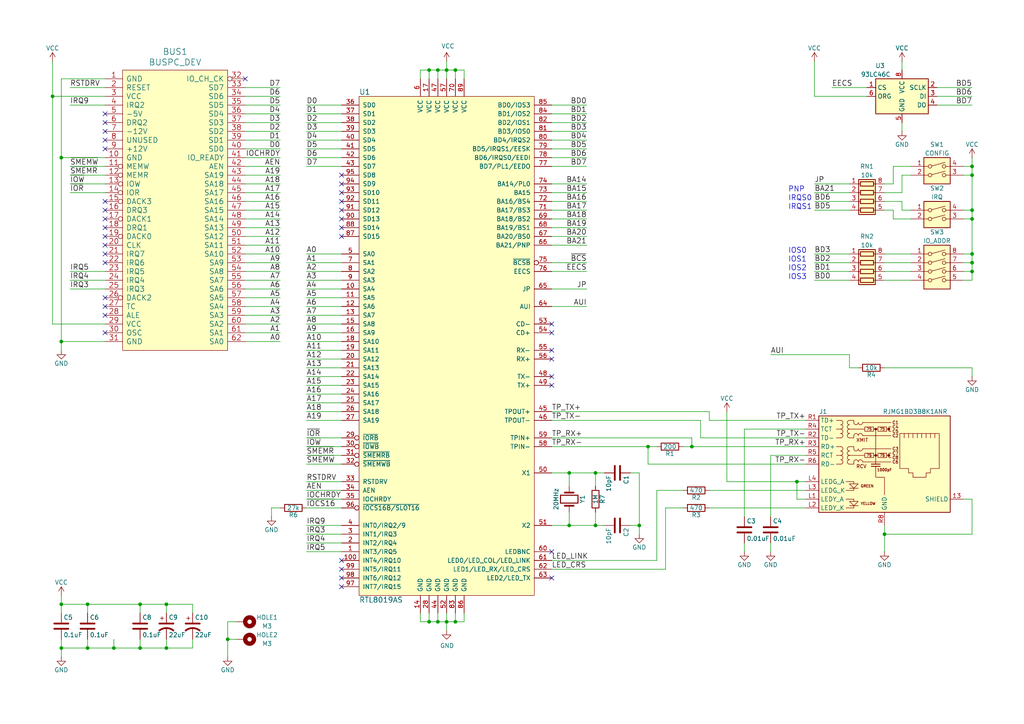
<source format=kicad_sch>
(kicad_sch (version 20250114) (generator "eeschema") (generator_version "9.0")
  (paper "A4")
  (title_block (title "ISA 8-Bit Ethernet Controller") (date "2021-04-22") (rev "1.0") (company "Designed by Sergey Kiselev") (comment 2 "Licensed under CERN-OHL-S: https://cern-ohl.web.cern.ch") (comment 3 "Documentation and design files: https://github.com/skiselev/isa8_eth") (comment 4 "ISA 8-Bit Ethernet Controller is an open source hardware project"))
  (text "IRQS1" (at 228.6 60.96 0) (effects (font (size 1.524 1.524)) (justify left bottom)))
  (text "PNP" (at 228.6 55.88 0) (effects (font (size 1.524 1.524)) (justify left bottom)))
  (text "IOS1" (at 228.6 76.2 0) (effects (font (size 1.524 1.524)) (justify left bottom)))
  (text "IOS2" (at 228.6 78.74 0) (effects (font (size 1.524 1.524)) (justify left bottom)))
  (text "IOS0" (at 228.6 73.66 0) (effects (font (size 1.524 1.524)) (justify left bottom)))
  (text "IOS3" (at 228.6 81.28 0) (effects (font (size 1.524 1.524)) (justify left bottom)))
  (text "IRQS0" (at 228.6 58.42 0) (effects (font (size 1.524 1.524)) (justify left bottom)))
  (junction (at 48.26 187.96))
  (junction (at 25.4 175.26))
  (junction (at 132.08 20.32))
  (junction (at 281.94 73.66))
  (junction (at 172.72 137.16))
  (junction (at 129.54 20.32))
  (junction (at 185.42 152.4))
  (junction (at 187.96 129.54))
  (junction (at 200.66 129.54))
  (junction (at 281.94 63.5))
  (junction (at 281.94 50.8))
  (junction (at 129.54 180.34))
  (junction (at 281.94 60.96))
  (junction (at 165.1 137.16))
  (junction (at 17.78 187.96))
  (junction (at 66.04 185.42))
  (junction (at 281.94 78.74))
  (junction (at 17.78 175.26))
  (junction (at 165.1 152.4))
  (junction (at 281.94 48.26))
  (junction (at 124.46 20.32))
  (junction (at 17.78 45.72))
  (junction (at 17.78 99.06))
  (junction (at 281.94 76.2))
  (junction (at 127 20.32))
  (junction (at 48.26 175.26))
  (junction (at 132.08 180.34))
  (junction (at 231.14 139.7))
  (junction (at 256.54 154.94))
  (junction (at 172.72 152.4))
  (junction (at 124.46 180.34))
  (junction (at 15.24 27.94))
  (junction (at 127 180.34))
  (junction (at 40.64 187.96))
  (junction (at 40.64 175.26))
  (junction (at 25.4 187.96))
  (junction (at 33.02 187.96))
  (no_connect (at 99.06 60.96))
  (no_connect (at 30.48 33.02))
  (no_connect (at 160.02 111.76))
  (no_connect (at 99.06 58.42))
  (no_connect (at 30.48 88.9))
  (no_connect (at 99.06 165.1))
  (no_connect (at 160.02 167.64))
  (no_connect (at 160.02 109.22))
  (no_connect (at 30.48 43.18))
  (no_connect (at 30.48 38.1))
  (no_connect (at 160.02 104.14))
  (no_connect (at 160.02 96.52))
  (no_connect (at 30.48 63.5))
  (no_connect (at 160.02 93.98))
  (no_connect (at 99.06 66.04))
  (no_connect (at 99.06 50.8))
  (no_connect (at 160.02 160.02))
  (no_connect (at 99.06 63.5))
  (no_connect (at 30.48 73.66))
  (no_connect (at 30.48 66.04))
  (no_connect (at 30.48 40.64))
  (no_connect (at 99.06 55.88))
  (no_connect (at 99.06 167.64))
  (no_connect (at 30.48 68.58))
  (no_connect (at 99.06 53.34))
  (no_connect (at 71.12 22.86))
  (no_connect (at 99.06 170.18))
  (no_connect (at 30.48 60.96))
  (no_connect (at 30.48 86.36))
  (no_connect (at 99.06 68.58))
  (no_connect (at 30.48 35.56))
  (no_connect (at 30.48 96.52))
  (no_connect (at 30.48 71.12))
  (no_connect (at 99.06 162.56))
  (no_connect (at 30.48 58.42))
  (no_connect (at 30.48 91.44))
  (no_connect (at 30.48 76.2))
  (no_connect (at 160.02 101.6))
  (wire (pts (xy 200.66 129.54) (xy 233.68 129.54)))
  (wire (pts (xy 246.38 58.42) (xy 236.22 58.42)))
  (wire (pts (xy 182.88 152.4) (xy 185.42 152.4)))
  (wire (pts (xy 124.46 20.32) (xy 124.46 22.86)))
  (wire (pts (xy 185.42 137.16) (xy 185.42 152.4)))
  (wire (pts (xy 132.08 20.32) (xy 134.62 20.32)))
  (wire (pts (xy 185.42 137.16) (xy 182.88 137.16)))
  (wire (pts (xy 99.06 160.02) (xy 88.9 160.02)))
  (wire (pts (xy 281.94 144.78) (xy 281.94 154.94)))
  (wire (pts (xy 246.38 60.96) (xy 236.22 60.96)))
  (wire (pts (xy 40.64 175.26) (xy 48.26 175.26)))
  (wire (pts (xy 172.72 137.16) (xy 172.72 140.97)))
  (wire (pts (xy 233.68 144.78) (xy 231.14 144.78)))
  (wire (pts (xy 264.16 50.8) (xy 261.62 50.8)))
  (wire (pts (xy 71.12 55.88) (xy 81.28 55.88)))
  (wire (pts (xy 256.54 60.96) (xy 259.08 60.96)))
  (wire (pts (xy 205.74 119.38) (xy 205.74 121.92)))
  (wire (pts (xy 233.68 142.24) (xy 205.74 142.24)))
  (wire (pts (xy 71.12 48.26) (xy 81.28 48.26)))
  (wire (pts (xy 30.48 30.48) (xy 20.32 30.48)))
  (wire (pts (xy 203.2 121.92) (xy 203.2 127)))
  (wire (pts (xy 231.14 144.78) (xy 231.14 139.7)))
  (wire (pts (xy 25.4 177.8) (xy 25.4 175.26)))
  (wire (pts (xy 281.94 63.5) (xy 281.94 73.66)))
  (wire (pts (xy 30.48 83.82) (xy 20.32 83.82)))
  (wire (pts (xy 256.54 152.4) (xy 256.54 154.94)))
  (wire (pts (xy 259.08 60.96) (xy 259.08 63.5)))
  (wire (pts (xy 71.12 73.66) (xy 81.28 73.66)))
  (wire (pts (xy 281.94 48.26) (xy 279.4 48.26)))
  (wire (pts (xy 160.02 152.4) (xy 165.1 152.4)))
  (wire (pts (xy 160.02 88.9) (xy 170.18 88.9)))
  (wire (pts (xy 165.1 137.16) (xy 165.1 140.97)))
  (wire (pts (xy 99.06 76.2) (xy 88.9 76.2)))
  (wire (pts (xy 99.06 111.76) (xy 88.9 111.76)))
  (wire (pts (xy 71.12 33.02) (xy 81.28 33.02)))
  (wire (pts (xy 281.94 76.2) (xy 281.94 78.74)))
  (wire (pts (xy 17.78 99.06) (xy 17.78 101.6)))
  (wire (pts (xy 281.94 60.96) (xy 281.94 63.5)))
  (wire (pts (xy 71.12 25.4) (xy 81.28 25.4)))
  (wire (pts (xy 121.92 20.32) (xy 124.46 20.32)))
  (wire (pts (xy 281.94 78.74) (xy 281.94 81.28)))
  (wire (pts (xy 210.82 139.7) (xy 231.14 139.7)))
  (wire (pts (xy 279.4 50.8) (xy 281.94 50.8)))
  (wire (pts (xy 160.02 60.96) (xy 170.18 60.96)))
  (wire (pts (xy 172.72 152.4) (xy 172.72 148.59)))
  (wire (pts (xy 233.68 147.32) (xy 205.74 147.32)))
  (wire (pts (xy 264.16 81.28) (xy 256.54 81.28)))
  (wire (pts (xy 81.28 147.32) (xy 78.74 147.32)))
  (wire (pts (xy 160.02 78.74) (xy 170.18 78.74)))
  (wire (pts (xy 17.78 99.06) (xy 30.48 99.06)))
  (wire (pts (xy 233.68 132.08) (xy 223.52 132.08)))
  (wire (pts (xy 71.12 63.5) (xy 81.28 63.5)))
  (wire (pts (xy 261.62 55.88) (xy 256.54 55.88)))
  (wire (pts (xy 71.12 38.1) (xy 81.28 38.1)))
  (wire (pts (xy 190.5 129.54) (xy 187.96 129.54)))
  (wire (pts (xy 205.74 121.92) (xy 233.68 121.92)))
  (wire (pts (xy 17.78 187.96) (xy 17.78 190.5)))
  (wire (pts (xy 129.54 20.32) (xy 132.08 20.32)))
  (wire (pts (xy 129.54 177.8) (xy 129.54 180.34)))
  (wire (pts (xy 261.62 58.42) (xy 261.62 60.96)))
  (wire (pts (xy 129.54 17.78) (xy 129.54 20.32)))
  (wire (pts (xy 279.4 76.2) (xy 281.94 76.2)))
  (wire (pts (xy 99.06 38.1) (xy 88.9 38.1)))
  (wire (pts (xy 165.1 137.16) (xy 172.72 137.16)))
  (wire (pts (xy 33.02 187.96) (xy 40.64 187.96)))
  (wire (pts (xy 99.06 33.02) (xy 88.9 33.02)))
  (wire (pts (xy 99.06 91.44) (xy 88.9 91.44)))
  (wire (pts (xy 40.64 187.96) (xy 48.26 187.96)))
  (wire (pts (xy 160.02 137.16) (xy 165.1 137.16)))
  (wire (pts (xy 71.12 66.04) (xy 81.28 66.04)))
  (wire (pts (xy 134.62 20.32) (xy 134.62 22.86)))
  (wire (pts (xy 66.04 180.34) (xy 66.04 185.42)))
  (wire (pts (xy 193.04 147.32) (xy 198.12 147.32)))
  (wire (pts (xy 99.06 144.78) (xy 88.9 144.78)))
  (wire (pts (xy 246.38 81.28) (xy 236.22 81.28)))
  (wire (pts (xy 71.12 83.82) (xy 81.28 83.82)))
  (wire (pts (xy 129.54 180.34) (xy 127 180.34)))
  (wire (pts (xy 71.12 71.12) (xy 81.28 71.12)))
  (wire (pts (xy 160.02 76.2) (xy 170.18 76.2)))
  (wire (pts (xy 71.12 30.48) (xy 81.28 30.48)))
  (wire (pts (xy 48.26 175.26) (xy 55.88 175.26)))
  (wire (pts (xy 200.66 127) (xy 200.66 129.54)))
  (wire (pts (xy 246.38 55.88) (xy 236.22 55.88)))
  (wire (pts (xy 71.12 76.2) (xy 81.28 76.2)))
  (wire (pts (xy 30.48 81.28) (xy 20.32 81.28)))
  (wire (pts (xy 264.16 78.74) (xy 256.54 78.74)))
  (wire (pts (xy 15.24 27.94) (xy 30.48 27.94)))
  (wire (pts (xy 259.08 53.34) (xy 259.08 48.26)))
  (wire (pts (xy 160.02 55.88) (xy 170.18 55.88)))
  (wire (pts (xy 71.12 96.52) (xy 81.28 96.52)))
  (wire (pts (xy 127 180.34) (xy 124.46 180.34)))
  (wire (pts (xy 71.12 93.98) (xy 81.28 93.98)))
  (wire (pts (xy 99.06 43.18) (xy 88.9 43.18)))
  (wire (pts (xy 160.02 38.1) (xy 170.18 38.1)))
  (wire (pts (xy 132.08 180.34) (xy 132.08 177.8)))
  (wire (pts (xy 160.02 129.54) (xy 187.96 129.54)))
  (wire (pts (xy 99.06 154.94) (xy 88.9 154.94)))
  (wire (pts (xy 68.58 180.34) (xy 66.04 180.34)))
  (wire (pts (xy 71.12 78.74) (xy 81.28 78.74)))
  (wire (pts (xy 160.02 45.72) (xy 170.18 45.72)))
  (wire (pts (xy 17.78 175.26) (xy 25.4 175.26)))
  (wire (pts (xy 71.12 86.36) (xy 81.28 86.36)))
  (wire (pts (xy 33.02 187.96) (xy 33.02 185.42)))
  (wire (pts (xy 279.4 63.5) (xy 281.94 63.5)))
  (wire (pts (xy 281.94 45.72) (xy 281.94 48.26)))
  (wire (pts (xy 30.48 55.88) (xy 20.32 55.88)))
  (wire (pts (xy 99.06 48.26) (xy 88.9 48.26)))
  (wire (pts (xy 129.54 20.32) (xy 129.54 22.86)))
  (wire (pts (xy 251.46 27.94) (xy 236.22 27.94)))
  (wire (pts (xy 279.4 60.96) (xy 281.94 60.96)))
  (wire (pts (xy 17.78 45.72) (xy 30.48 45.72)))
  (wire (pts (xy 132.08 20.32) (xy 132.08 22.86)))
  (wire (pts (xy 256.54 154.94) (xy 256.54 160.02)))
  (wire (pts (xy 78.74 147.32) (xy 78.74 149.86)))
  (wire (pts (xy 15.24 17.78) (xy 15.24 27.94)))
  (wire (pts (xy 223.52 157.48) (xy 223.52 160.02)))
  (wire (pts (xy 99.06 132.08) (xy 88.9 132.08)))
  (wire (pts (xy 30.48 78.74) (xy 20.32 78.74)))
  (wire (pts (xy 71.12 53.34) (xy 81.28 53.34)))
  (wire (pts (xy 256.54 58.42) (xy 261.62 58.42)))
  (wire (pts (xy 223.52 132.08) (xy 223.52 149.86)))
  (wire (pts (xy 99.06 157.48) (xy 88.9 157.48)))
  (wire (pts (xy 15.24 93.98) (xy 30.48 93.98)))
  (wire (pts (xy 99.06 96.52) (xy 88.9 96.52)))
  (wire (pts (xy 281.94 48.26) (xy 281.94 50.8)))
  (wire (pts (xy 99.06 30.48) (xy 88.9 30.48)))
  (wire (pts (xy 261.62 60.96) (xy 264.16 60.96)))
  (wire (pts (xy 160.02 83.82) (xy 170.18 83.82)))
  (wire (pts (xy 68.58 185.42) (xy 66.04 185.42)))
  (wire (pts (xy 99.06 142.24) (xy 88.9 142.24)))
  (wire (pts (xy 264.16 76.2) (xy 256.54 76.2)))
  (wire (pts (xy 233.68 124.46) (xy 215.9 124.46)))
  (wire (pts (xy 17.78 175.26) (xy 17.78 177.8)))
  (wire (pts (xy 99.06 121.92) (xy 88.9 121.92)))
  (wire (pts (xy 198.12 129.54) (xy 200.66 129.54)))
  (wire (pts (xy 246.38 53.34) (xy 236.22 53.34)))
  (wire (pts (xy 48.26 187.96) (xy 55.88 187.96)))
  (wire (pts (xy 246.38 73.66) (xy 236.22 73.66)))
  (wire (pts (xy 256.54 53.34) (xy 259.08 53.34)))
  (wire (pts (xy 30.48 22.86) (xy 17.78 22.86)))
  (wire (pts (xy 99.06 73.66) (xy 88.9 73.66)))
  (wire (pts (xy 99.06 152.4) (xy 88.9 152.4)))
  (wire (pts (xy 160.02 66.04) (xy 170.18 66.04)))
  (wire (pts (xy 124.46 180.34) (xy 121.92 180.34)))
  (wire (pts (xy 99.06 119.38) (xy 88.9 119.38)))
  (wire (pts (xy 271.78 30.48) (xy 281.94 30.48)))
  (wire (pts (xy 124.46 20.32) (xy 127 20.32)))
  (wire (pts (xy 223.52 102.87) (xy 246.38 102.87)))
  (wire (pts (xy 279.4 144.78) (xy 281.94 144.78)))
  (wire (pts (xy 160.02 68.58) (xy 170.18 68.58)))
  (wire (pts (xy 246.38 78.74) (xy 236.22 78.74)))
  (wire (pts (xy 160.02 165.1) (xy 193.04 165.1)))
  (wire (pts (xy 172.72 152.4) (xy 175.26 152.4)))
  (wire (pts (xy 25.4 185.42) (xy 25.4 187.96)))
  (wire (pts (xy 99.06 104.14) (xy 88.9 104.14)))
  (wire (pts (xy 279.4 73.66) (xy 281.94 73.66)))
  (wire (pts (xy 99.06 109.22) (xy 88.9 109.22)))
  (wire (pts (xy 99.06 35.56) (xy 88.9 35.56)))
  (wire (pts (xy 185.42 152.4) (xy 185.42 154.94)))
  (wire (pts (xy 99.06 114.3) (xy 88.9 114.3)))
  (wire (pts (xy 127 20.32) (xy 127 22.86)))
  (wire (pts (xy 160.02 71.12) (xy 170.18 71.12)))
  (wire (pts (xy 246.38 102.87) (xy 246.38 106.68)))
  (wire (pts (xy 134.62 180.34) (xy 132.08 180.34)))
  (wire (pts (xy 190.5 142.24) (xy 190.5 162.56)))
  (wire (pts (xy 99.06 83.82) (xy 88.9 83.82)))
  (wire (pts (xy 256.54 106.68) (xy 281.94 106.68)))
  (wire (pts (xy 17.78 185.42) (xy 17.78 187.96)))
  (wire (pts (xy 165.1 152.4) (xy 165.1 148.59)))
  (wire (pts (xy 66.04 185.42) (xy 66.04 190.5)))
  (wire (pts (xy 99.06 127) (xy 88.9 127)))
  (wire (pts (xy 99.06 99.06) (xy 88.9 99.06)))
  (wire (pts (xy 124.46 177.8) (xy 124.46 180.34)))
  (wire (pts (xy 17.78 172.72) (xy 17.78 175.26)))
  (wire (pts (xy 71.12 27.94) (xy 81.28 27.94)))
  (wire (pts (xy 259.08 48.26) (xy 264.16 48.26)))
  (wire (pts (xy 71.12 88.9) (xy 81.28 88.9)))
  (wire (pts (xy 71.12 50.8) (xy 81.28 50.8)))
  (wire (pts (xy 129.54 182.88) (xy 129.54 180.34)))
  (wire (pts (xy 40.64 177.8) (xy 40.64 175.26)))
  (wire (pts (xy 55.88 177.8) (xy 55.88 175.26)))
  (wire (pts (xy 172.72 137.16) (xy 175.26 137.16)))
  (wire (pts (xy 203.2 127) (xy 233.68 127)))
  (wire (pts (xy 215.9 157.48) (xy 215.9 160.02)))
  (wire (pts (xy 30.48 50.8) (xy 20.32 50.8)))
  (wire (pts (xy 71.12 58.42) (xy 81.28 58.42)))
  (wire (pts (xy 251.46 25.4) (xy 241.3 25.4)))
  (wire (pts (xy 55.88 185.42) (xy 55.88 187.96)))
  (wire (pts (xy 246.38 106.68) (xy 248.92 106.68)))
  (wire (pts (xy 99.06 45.72) (xy 88.9 45.72)))
  (wire (pts (xy 99.06 101.6) (xy 88.9 101.6)))
  (wire (pts (xy 187.96 134.62) (xy 233.68 134.62)))
  (wire (pts (xy 160.02 33.02) (xy 170.18 33.02)))
  (wire (pts (xy 17.78 187.96) (xy 25.4 187.96)))
  (wire (pts (xy 160.02 43.18) (xy 170.18 43.18)))
  (wire (pts (xy 261.62 17.78) (xy 261.62 20.32)))
  (wire (pts (xy 17.78 45.72) (xy 17.78 99.06)))
  (wire (pts (xy 99.06 134.62) (xy 88.9 134.62)))
  (wire (pts (xy 261.62 35.56) (xy 261.62 38.1)))
  (wire (pts (xy 160.02 40.64) (xy 170.18 40.64)))
  (wire (pts (xy 25.4 187.96) (xy 33.02 187.96)))
  (wire (pts (xy 71.12 45.72) (xy 81.28 45.72)))
  (wire (pts (xy 264.16 73.66) (xy 256.54 73.66)))
  (wire (pts (xy 71.12 68.58) (xy 81.28 68.58)))
  (wire (pts (xy 261.62 50.8) (xy 261.62 55.88)))
  (wire (pts (xy 71.12 35.56) (xy 81.28 35.56)))
  (wire (pts (xy 279.4 81.28) (xy 281.94 81.28)))
  (wire (pts (xy 271.78 25.4) (xy 281.94 25.4)))
  (wire (pts (xy 71.12 60.96) (xy 81.28 60.96)))
  (wire (pts (xy 48.26 187.96) (xy 48.26 185.42)))
  (wire (pts (xy 71.12 99.06) (xy 81.28 99.06)))
  (wire (pts (xy 99.06 88.9) (xy 88.9 88.9)))
  (wire (pts (xy 17.78 22.86) (xy 17.78 45.72)))
  (wire (pts (xy 30.48 25.4) (xy 20.32 25.4)))
  (wire (pts (xy 160.02 48.26) (xy 170.18 48.26)))
  (wire (pts (xy 215.9 124.46) (xy 215.9 149.86)))
  (wire (pts (xy 187.96 134.62) (xy 187.96 129.54)))
  (wire (pts (xy 25.4 175.26) (xy 40.64 175.26)))
  (wire (pts (xy 71.12 81.28) (xy 81.28 81.28)))
  (wire (pts (xy 281.94 50.8) (xy 281.94 60.96)))
  (wire (pts (xy 246.38 76.2) (xy 236.22 76.2)))
  (wire (pts (xy 165.1 152.4) (xy 172.72 152.4)))
  (wire (pts (xy 48.26 175.26) (xy 48.26 177.8)))
  (wire (pts (xy 127 177.8) (xy 127 180.34)))
  (wire (pts (xy 281.94 73.66) (xy 281.94 76.2)))
  (wire (pts (xy 99.06 81.28) (xy 88.9 81.28)))
  (wire (pts (xy 99.06 40.64) (xy 88.9 40.64)))
  (wire (pts (xy 99.06 86.36) (xy 88.9 86.36)))
  (wire (pts (xy 99.06 93.98) (xy 88.9 93.98)))
  (wire (pts (xy 160.02 63.5) (xy 170.18 63.5)))
  (wire (pts (xy 231.14 139.7) (xy 233.68 139.7)))
  (wire (pts (xy 127 20.32) (xy 129.54 20.32)))
  (wire (pts (xy 71.12 91.44) (xy 81.28 91.44)))
  (wire (pts (xy 193.04 147.32) (xy 193.04 165.1)))
  (wire (pts (xy 281.94 154.94) (xy 256.54 154.94)))
  (wire (pts (xy 99.06 106.68) (xy 88.9 106.68)))
  (wire (pts (xy 99.06 129.54) (xy 88.9 129.54)))
  (wire (pts (xy 190.5 162.56) (xy 160.02 162.56)))
  (wire (pts (xy 160.02 119.38) (xy 205.74 119.38)))
  (wire (pts (xy 160.02 35.56) (xy 170.18 35.56)))
  (wire (pts (xy 134.62 177.8) (xy 134.62 180.34)))
  (wire (pts (xy 160.02 121.92) (xy 203.2 121.92)))
  (wire (pts (xy 71.12 43.18) (xy 81.28 43.18)))
  (wire (pts (xy 160.02 53.34) (xy 170.18 53.34)))
  (wire (pts (xy 99.06 78.74) (xy 88.9 78.74)))
  (wire (pts (xy 99.06 139.7) (xy 88.9 139.7)))
  (wire (pts (xy 279.4 78.74) (xy 281.94 78.74)))
  (wire (pts (xy 132.08 180.34) (xy 129.54 180.34)))
  (wire (pts (xy 30.48 48.26) (xy 20.32 48.26)))
  (wire (pts (xy 30.48 53.34) (xy 20.32 53.34)))
  (wire (pts (xy 210.82 119.38) (xy 210.82 139.7)))
  (wire (pts (xy 259.08 63.5) (xy 264.16 63.5)))
  (wire (pts (xy 121.92 22.86) (xy 121.92 20.32)))
  (wire (pts (xy 271.78 27.94) (xy 281.94 27.94)))
  (wire (pts (xy 99.06 147.32) (xy 88.9 147.32)))
  (wire (pts (xy 160.02 127) (xy 200.66 127)))
  (wire (pts (xy 40.64 185.42) (xy 40.64 187.96)))
  (wire (pts (xy 160.02 58.42) (xy 170.18 58.42)))
  (wire (pts (xy 281.94 106.68) (xy 281.94 109.22)))
  (wire (pts (xy 121.92 180.34) (xy 121.92 177.8)))
  (wire (pts (xy 99.06 116.84) (xy 88.9 116.84)))
  (wire (pts (xy 15.24 27.94) (xy 15.24 93.98)))
  (wire (pts (xy 71.12 40.64) (xy 81.28 40.64)))
  (wire (pts (xy 236.22 27.94) (xy 236.22 17.78)))
  (wire (pts (xy 190.5 142.24) (xy 198.12 142.24)))
  (wire (pts (xy 160.02 30.48) (xy 170.18 30.48)))
  (label "IRQ5" (at 88.9 160.02 0) (effects (font (size 1.524 1.524))))
  (label "A12" (at 88.9 104.14 0) (effects (font (size 1.524 1.524))))
  (label "BD1" (at 236.22 78.74 0) (effects (font (size 1.524 1.524))))
  (label "BD0" (at 170.18 30.48 180) (effects (font (size 1.524 1.524))))
  (label "A8" (at 88.9 93.98 0) (effects (font (size 1.524 1.524))))
  (label "~{IOR}" (at 20.32 55.88 0) (effects (font (size 1.524 1.524))))
  (label "A19" (at 88.9 121.92 0) (effects (font (size 1.524 1.524))))
  (label "A18" (at 81.28 53.34 180) (effects (font (size 1.524 1.524))))
  (label "A14" (at 88.9 109.22 0) (effects (font (size 1.524 1.524))))
  (label "A15" (at 81.28 60.96 180) (effects (font (size 1.524 1.524))))
  (label "BD3" (at 236.22 73.66 0) (effects (font (size 1.524 1.524))))
  (label "BD4" (at 170.18 40.64 180) (effects (font (size 1.524 1.524))))
  (label "~{SMEMR}" (at 20.32 50.8 0) (effects (font (size 1.524 1.524))))
  (label "~{SMEMR}" (at 88.9 132.08 0) (effects (font (size 1.524 1.524))))
  (label "AEN" (at 81.28 48.26 180) (effects (font (size 1.524 1.524))))
  (label "BA18" (at 170.18 63.5 180) (effects (font (size 1.524 1.524))))
  (label "IRQ9" (at 20.32 30.48 0) (effects (font (size 1.524 1.524))))
  (label "D4" (at 81.28 33.02 180) (effects (font (size 1.524 1.524))))
  (label "BD5" (at 170.18 43.18 180) (effects (font (size 1.524 1.524))))
  (label "BD7" (at 170.18 48.26 180) (effects (font (size 1.524 1.524))))
  (label "BD5" (at 236.22 60.96 0) (effects (font (size 1.524 1.524))))
  (label "JP" (at 236.22 53.34 0) (effects (font (size 1.524 1.524))))
  (label "A6" (at 88.9 88.9 0) (effects (font (size 1.524 1.524))))
  (label "BA21" (at 170.18 71.12 180) (effects (font (size 1.524 1.524))))
  (label "A3" (at 88.9 81.28 0) (effects (font (size 1.524 1.524))))
  (label "BD2" (at 236.22 76.2 0) (effects (font (size 1.524 1.524))))
  (label "D4" (at 88.9 40.64 0) (effects (font (size 1.524 1.524))))
  (label "BA20" (at 170.18 68.58 180) (effects (font (size 1.524 1.524))))
  (label "~{IOW}" (at 88.9 129.54 0) (effects (font (size 1.524 1.524))))
  (label "~{SMEMW}" (at 20.32 48.26 0) (effects (font (size 1.524 1.524))))
  (label "LED_CRS" (at 160.02 165.1 0) (effects (font (size 1.524 1.524))))
  (label "TP_TX+" (at 160.02 119.38 0) (effects (font (size 1.524 1.524))))
  (label "A11" (at 81.28 71.12 180) (effects (font (size 1.524 1.524))))
  (label "D6" (at 81.28 27.94 180) (effects (font (size 1.524 1.524))))
  (label "A13" (at 88.9 106.68 0) (effects (font (size 1.524 1.524))))
  (label "~{IOR}" (at 88.9 127 0) (effects (font (size 1.524 1.524))))
  (label "BD2" (at 170.18 35.56 180) (effects (font (size 1.524 1.524))))
  (label "BA16" (at 170.18 58.42 180) (effects (font (size 1.524 1.524))))
  (label "BA17" (at 170.18 60.96 180) (effects (font (size 1.524 1.524))))
  (label "D0" (at 81.28 43.18 180) (effects (font (size 1.524 1.524))))
  (label "D2" (at 81.28 38.1 180) (effects (font (size 1.524 1.524))))
  (label "~{BCS}" (at 170.18 76.2 180) (effects (font (size 1.524 1.524))))
  (label "BD6" (at 281.94 27.94 180) (effects (font (size 1.524 1.524))))
  (label "TP_RX-" (at 160.02 129.54 0) (effects (font (size 1.524 1.524))))
  (label "~{SMEMW}" (at 88.9 134.62 0) (effects (font (size 1.524 1.524))))
  (label "A14" (at 81.28 63.5 180) (effects (font (size 1.524 1.524))))
  (label "BD7" (at 281.94 30.48 180) (effects (font (size 1.524 1.524))))
  (label "TP_RX+" (at 160.02 127 0) (effects (font (size 1.524 1.524))))
  (label "IRQ9" (at 88.9 152.4 0) (effects (font (size 1.524 1.524))))
  (label "A0" (at 81.28 99.06 180) (effects (font (size 1.524 1.524))))
  (label "A7" (at 88.9 91.44 0) (effects (font (size 1.524 1.524))))
  (label "BD0" (at 236.22 81.28 0) (effects (font (size 1.524 1.524))))
  (label "A12" (at 81.28 68.58 180) (effects (font (size 1.524 1.524))))
  (label "A7" (at 81.28 81.28 180) (effects (font (size 1.524 1.524))))
  (label "BA21" (at 236.22 55.88 0) (effects (font (size 1.524 1.524))))
  (label "TP_RX-" (at 233.68 134.62 180) (effects (font (size 1.524 1.524))))
  (label "AUI" (at 170.18 88.9 180) (effects (font (size 1.524 1.524))))
  (label "D1" (at 81.28 40.64 180) (effects (font (size 1.524 1.524))))
  (label "BD6" (at 236.22 58.42 0) (effects (font (size 1.524 1.524))))
  (label "A0" (at 88.9 73.66 0) (effects (font (size 1.524 1.524))))
  (label "EECS" (at 241.3 25.4 0) (effects (font (size 1.524 1.524))))
  (label "TP_RX+" (at 233.68 129.54 180) (effects (font (size 1.524 1.524))))
  (label "TP_TX-" (at 160.02 121.92 0) (effects (font (size 1.524 1.524))))
  (label "D3" (at 88.9 38.1 0) (effects (font (size 1.524 1.524))))
  (label "BD3" (at 170.18 38.1 180) (effects (font (size 1.524 1.524))))
  (label "A10" (at 88.9 99.06 0) (effects (font (size 1.524 1.524))))
  (label "A9" (at 88.9 96.52 0) (effects (font (size 1.524 1.524))))
  (label "IRQ3" (at 88.9 154.94 0) (effects (font (size 1.524 1.524))))
  (label "BA19" (at 170.18 66.04 180) (effects (font (size 1.524 1.524))))
  (label "IOCHRDY" (at 81.28 45.72 180) (effects (font (size 1.524 1.524))))
  (label "A13" (at 81.28 66.04 180) (effects (font (size 1.524 1.524))))
  (label "A19" (at 81.28 50.8 180) (effects (font (size 1.524 1.524))))
  (label "IOCHRDY" (at 88.9 144.78 0) (effects (font (size 1.524 1.524))))
  (label "A11" (at 88.9 101.6 0) (effects (font (size 1.524 1.524))))
  (label "A5" (at 81.28 86.36 180) (effects (font (size 1.524 1.524))))
  (label "IRQ4" (at 88.9 157.48 0) (effects (font (size 1.524 1.524))))
  (label "A9" (at 81.28 76.2 180) (effects (font (size 1.524 1.524))))
  (label "JP" (at 170.18 83.82 180) (effects (font (size 1.524 1.524))))
  (label "AUI" (at 223.52 102.87 0) (effects (font (size 1.524 1.524))))
  (label "BA14" (at 170.18 53.34 180) (effects (font (size 1.524 1.524))))
  (label "TP_TX-" (at 233.68 127 180) (effects (font (size 1.524 1.524))))
  (label "BA15" (at 170.18 55.88 180) (effects (font (size 1.524 1.524))))
  (label "A1" (at 88.9 76.2 0) (effects (font (size 1.524 1.524))))
  (label "D0" (at 88.9 30.48 0) (effects (font (size 1.524 1.524))))
  (label "A17" (at 81.28 55.88 180) (effects (font (size 1.524 1.524))))
  (label "~{IOCS16}" (at 88.9 147.32 0) (effects (font (size 1.524 1.524))))
  (label "RSTDRV" (at 20.32 25.4 0) (effects (font (size 1.524 1.524))))
  (label "RSTDRV" (at 88.9 139.7 0) (effects (font (size 1.524 1.524))))
  (label "~{IOW}" (at 20.32 53.34 0) (effects (font (size 1.524 1.524))))
  (label "A4" (at 81.28 88.9 180) (effects (font (size 1.524 1.524))))
  (label "D7" (at 81.28 25.4 180) (effects (font (size 1.524 1.524))))
  (label "BD1" (at 170.18 33.02 180) (effects (font (size 1.524 1.524))))
  (label "A16" (at 81.28 58.42 180) (effects (font (size 1.524 1.524))))
  (label "D1" (at 88.9 33.02 0) (effects (font (size 1.524 1.524))))
  (label "D5" (at 88.9 43.18 0) (effects (font (size 1.524 1.524))))
  (label "A10" (at 81.28 73.66 180) (effects (font (size 1.524 1.524))))
  (label "A5" (at 88.9 86.36 0) (effects (font (size 1.524 1.524))))
  (label "IRQ3" (at 20.32 83.82 0) (effects (font (size 1.524 1.524))))
  (label "A17" (at 88.9 116.84 0) (effects (font (size 1.524 1.524))))
  (label "A4" (at 88.9 83.82 0) (effects (font (size 1.524 1.524))))
  (label "D6" (at 88.9 45.72 0) (effects (font (size 1.524 1.524))))
  (label "BD5" (at 281.94 25.4 180) (effects (font (size 1.524 1.524))))
  (label "A18" (at 88.9 119.38 0) (effects (font (size 1.524 1.524))))
  (label "D2" (at 88.9 35.56 0) (effects (font (size 1.524 1.524))))
  (label "D7" (at 88.9 48.26 0) (effects (font (size 1.524 1.524))))
  (label "TP_TX+" (at 233.68 121.92 180) (effects (font (size 1.524 1.524))))
  (label "D3" (at 81.28 35.56 180) (effects (font (size 1.524 1.524))))
  (label "A2" (at 88.9 78.74 0) (effects (font (size 1.524 1.524))))
  (label "A15" (at 88.9 111.76 0) (effects (font (size 1.524 1.524))))
  (label "A8" (at 81.28 78.74 180) (effects (font (size 1.524 1.524))))
  (label "IRQ4" (at 20.32 81.28 0) (effects (font (size 1.524 1.524))))
  (label "BD6" (at 170.18 45.72 180) (effects (font (size 1.524 1.524))))
  (label "D5" (at 81.28 30.48 180) (effects (font (size 1.524 1.524))))
  (label "A2" (at 81.28 93.98 180) (effects (font (size 1.524 1.524))))
  (label "LED_LINK" (at 160.02 162.56 0) (effects (font (size 1.524 1.524))))
  (label "A16" (at 88.9 114.3 0) (effects (font (size 1.524 1.524))))
  (label "EECS" (at 170.18 78.74 180) (effects (font (size 1.524 1.524))))
  (label "IRQ5" (at 20.32 78.74 0) (effects (font (size 1.524 1.524))))
  (label "A6" (at 81.28 83.82 180) (effects (font (size 1.524 1.524))))
  (label "AEN" (at 88.9 142.24 0) (effects (font (size 1.524 1.524))))
  (label "A3" (at 81.28 91.44 180) (effects (font (size 1.524 1.524))))
  (label "A1" (at 81.28 96.52 180) (effects (font (size 1.524 1.524))))
  (symbol (lib_id "power:VCC") (at 15.24 17.78 0) (unit 1)
    (property "Reference" "#PWR01" (effects (hide yes)))
    (property "Value" "VCC" (at 15.24 13.97 0))
  )
  (symbol (lib_id "power:GND") (at 17.78 101.6 0) (unit 1)
    (property "Reference" "#PWR02" (effects (hide yes)))
    (property "Value" "GND" (at 17.78 105.41 0))
  )
  (symbol (lib_id "Device:Crystal") (at 165.1 144.78 270) (unit 1)
    (property "Reference" "Y1" (at 168.91 144.78 0))
    (property "Value" "20MHz" (at 161.29 144.78 0))
    (property "Footprint" "My_Components:Crystal_HC-49U_Vert" (effects (hide yes)))
  )
  (symbol (lib_id "power:VCC") (at 236.22 17.78 0) (unit 1)
    (property "Reference" "#PWR03" (effects (hide yes)))
    (property "Value" "VCC" (at 236.22 13.97 0))
  )
  (symbol (lib_id "power:GND") (at 256.54 160.02 0) (unit 1)
    (property "Reference" "#PWR04" (effects (hide yes)))
    (property "Value" "GND" (at 256.54 163.83 0))
  )
  (symbol (lib_id "Device:C") (at 223.52 153.67 0) (unit 1)
    (property "Reference" "C4" (at 224.155 151.13 0) (effects (justify left)))
    (property "Value" "0.01uF" (at 224.155 156.21 0) (effects (justify left)))
    (property "Footprint" "Capacitor_SMD:C_0603_1608Metric_Pad1.08x0.95mm_HandSolder" (effects (hide yes)))
  )
  (symbol (lib_id "Device:C") (at 215.9 153.67 0) (unit 1)
    (property "Reference" "C3" (at 216.535 151.13 0) (effects (justify left)))
    (property "Value" "0.01uF" (at 216.535 156.21 0) (effects (justify left)))
    (property "Footprint" "Capacitor_SMD:C_0603_1608Metric_Pad1.08x0.95mm_HandSolder" (effects (hide yes)))
  )
  (symbol (lib_id "power:GND") (at 215.9 160.02 0) (unit 1)
    (property "Reference" "#PWR05" (effects (hide yes)))
    (property "Value" "GND" (at 215.9 163.83 0))
  )
  (symbol (lib_id "power:GND") (at 223.52 160.02 0) (unit 1)
    (property "Reference" "#PWR06" (effects (hide yes)))
    (property "Value" "GND" (at 223.52 163.83 0))
  )
  (symbol (lib_id "power:GND") (at 281.94 109.22 0) (unit 1)
    (property "Reference" "#PWR07" (effects (hide yes)))
    (property "Value" "GND" (at 281.94 113.03 0))
  )
  (symbol (lib_id "power:VCC") (at 281.94 45.72 0) (unit 1)
    (property "Reference" "#PWR08" (effects (hide yes)))
    (property "Value" "VCC" (at 281.94 41.91 0))
  )
  (symbol (lib_id "Device:R") (at 201.93 142.24 270) (unit 1)
    (property "Reference" "R2" (at 201.93 144.272 90))
    (property "Value" "470" (at 201.93 142.24 90))
    (property "Footprint" "Resistor_SMD:R_0603_1608Metric_Pad0.98x0.95mm_HandSolder" (effects (hide yes)))
  )
  (symbol (lib_id "Device:R") (at 201.93 147.32 270) (unit 1)
    (property "Reference" "R3" (at 201.93 149.352 90))
    (property "Value" "470" (at 201.93 147.32 90))
    (property "Footprint" "Resistor_SMD:R_0603_1608Metric_Pad0.98x0.95mm_HandSolder" (effects (hide yes)))
  )
  (symbol (lib_id "Device:CP1") (at 48.26 181.61 0) (unit 1)
    (property "Reference" "C9" (at 48.895 179.07 0) (effects (justify left)))
    (property "Value" "22uF" (at 48.895 184.15 0) (effects (justify left)))
    (property "Footprint" "Capacitor_Tantalum_SMD:CP_EIA-3528-15_AVX-H_Pad1.50x2.35mm_HandSolder" (effects (hide yes)))
  )
  (symbol (lib_id "Device:CP1") (at 55.88 181.61 0) (unit 1)
    (property "Reference" "C10" (at 56.515 179.07 0) (effects (justify left)))
    (property "Value" "22uF" (at 56.515 184.15 0) (effects (justify left)))
    (property "Footprint" "Capacitor_Tantalum_SMD:CP_EIA-3528-15_AVX-H_Pad1.50x2.35mm_HandSolder" (effects (hide yes)))
  )
  (symbol (lib_id "Device:C") (at 17.78 181.61 0) (unit 1)
    (property "Reference" "C5" (at 18.415 179.07 0) (effects (justify left)))
    (property "Value" "0.1uF" (at 18.415 184.15 0) (effects (justify left)))
    (property "Footprint" "Capacitor_SMD:C_0603_1608Metric_Pad1.08x0.95mm_HandSolder" (effects (hide yes)))
  )
  (symbol (lib_id "Device:C") (at 25.4 181.61 0) (unit 1)
    (property "Reference" "C6" (at 26.035 179.07 0) (effects (justify left)))
    (property "Value" "0.1uF" (at 26.035 184.15 0) (effects (justify left)))
    (property "Footprint" "Capacitor_SMD:C_0603_1608Metric_Pad1.08x0.95mm_HandSolder" (effects (hide yes)))
  )
  (symbol (lib_id "power:GND") (at 17.78 190.5 0) (unit 1)
    (property "Reference" "#PWR09" (effects (hide yes)))
    (property "Value" "GND" (at 17.78 194.31 0))
  )
  (symbol (lib_id "power:VCC") (at 17.78 172.72 0) (unit 1)
    (property "Reference" "#PWR010" (effects (hide yes)))
    (property "Value" "VCC" (at 17.78 168.91 0))
  )
  (symbol (lib_id "Device:R") (at 194.31 129.54 270) (unit 1)
    (property "Reference" "R1" (at 194.31 131.572 90))
    (property "Value" "200" (at 194.31 129.54 90))
    (property "Footprint" "Resistor_SMD:R_0603_1608Metric_Pad0.98x0.95mm_HandSolder" (effects (hide yes)))
  )
  (symbol (lib_id "Device:C") (at 40.64 181.61 0) (unit 1)
    (property "Reference" "C8" (at 41.275 179.07 0) (effects (justify left)))
    (property "Value" "0.1uF" (at 41.275 184.15 0) (effects (justify left)))
    (property "Footprint" "Capacitor_SMD:C_0603_1608Metric_Pad1.08x0.95mm_HandSolder" (effects (hide yes)))
  )
  (symbol (lib_id "Device:R") (at 172.72 144.78 0) (unit 1)
    (property "Reference" "R7" (at 174.752 144.78 90))
    (property "Value" "1M" (at 172.72 144.78 90))
    (property "Footprint" "Resistor_SMD:R_0603_1608Metric_Pad0.98x0.95mm_HandSolder" (effects (hide yes)))
  )
  (symbol (lib_id "Device:R") (at 85.09 147.32 90) (mirror x) (unit 1)
    (property "Reference" "R6" (at 85.09 149.352 90))
    (property "Value" "27k" (at 85.09 147.32 90))
    (property "Footprint" "Resistor_SMD:R_0603_1608Metric_Pad0.98x0.95mm_HandSolder" (effects (hide yes)))
  )
  (symbol (lib_id "power:GND") (at 78.74 149.86 0) (mirror y) (unit 1)
    (property "Reference" "#PWR011" (effects (hide yes)))
    (property "Value" "GND" (at 78.74 153.67 0))
  )
  (symbol (lib_id "my_components:RTL8019AS") (at 129.54 100.33 0) (unit 1)
    (property "Reference" "U1" (at 104.14 26.67 0) (effects (font (size 1.524 1.524)) (justify left)))
    (property "Value" "RTL8019AS" (at 104.14 173.99 0) (effects (font (size 1.524 1.524)) (justify left)))
    (property "Footprint" "My_Components:IC_PQFP-100_14x20mm_P0.65mm_Hand_Soldering" (effects (hide yes)))
  )
  (symbol (lib_id "Device:C") (at 179.07 137.16 270) (unit 1)
    (property "Reference" "C1" (at 181.61 137.795 0) (effects (justify left)))
    (property "Value" "10pF" (at 176.53 137.795 0) (effects (justify left)))
    (property "Footprint" "Capacitor_SMD:C_0603_1608Metric_Pad1.08x0.95mm_HandSolder" (effects (hide yes)))
  )
  (symbol (lib_id "Device:C") (at 179.07 152.4 270) (unit 1)
    (property "Reference" "C2" (at 181.61 153.035 0) (effects (justify left)))
    (property "Value" "10pF" (at 176.53 153.035 0) (effects (justify left)))
    (property "Footprint" "Capacitor_SMD:C_0603_1608Metric_Pad1.08x0.95mm_HandSolder" (effects (hide yes)))
  )
  (symbol (lib_id "power:GND") (at 185.42 154.94 0) (unit 1)
    (property "Reference" "#PWR012" (effects (hide yes)))
    (property "Value" "GND" (at 185.42 158.75 0))
  )
  (symbol (lib_id "Mechanical:MountingHole_Pad") (at 71.12 180.34 270) (unit 1)
    (property "Reference" "HOLE1" (at 77.47 179.07 90))
    (property "Value" "M3" (at 77.47 181.61 90))
    (property "Footprint" "MountingHole:MountingHole_3.2mm_M3_Pad_Via" (effects (hide yes)))
  )
  (symbol (lib_id "Mechanical:MountingHole_Pad") (at 71.12 185.42 270) (unit 1)
    (property "Reference" "HOLE2" (at 77.47 184.15 90))
    (property "Value" "M3" (at 77.47 186.69 90))
    (property "Footprint" "MountingHole:MountingHole_3.2mm_M3_Pad_Via" (effects (hide yes)))
  )
  (symbol (lib_id "power:GND") (at 66.04 190.5 0) (unit 1)
    (property "Reference" "#PWR013" (effects (hide yes)))
    (property "Value" "GND" (at 66.04 194.31 0))
  )
  (symbol (lib_id "power:VCC") (at 210.82 119.38 0) (unit 1)
    (property "Reference" "#PWR014" (effects (hide yes)))
    (property "Value" "VCC" (at 210.82 115.57 0))
  )
  (symbol (lib_id "Memory_EEPROM:93LCxxC") (at 261.62 27.94 0) (unit 1)
    (property "Reference" "U3" (at 255.27 19.05 0))
    (property "Value" "93LC46C" (at 254 21.59 0))
    (property "Footprint" "Package_SO:SO-8_3.9x4.9mm_P1.27mm" (effects (hide yes)))
    (property "Datasheet" "http://ww1.microchip.com/downloads/en/DeviceDoc/20001749K.pdf" (effects (hide yes)))
  )
  (symbol (lib_id "power:VCC") (at 261.62 17.78 0) (unit 1)
    (property "Reference" "#PWR0101" (effects (hide yes)))
    (property "Value" "VCC" (at 261.62 13.97 0))
  )
  (symbol (lib_id "power:GND") (at 261.62 38.1 0) (unit 1)
    (property "Reference" "#PWR0102" (effects (hide yes)))
    (property "Value" "GND" (at 261.62 41.91 0))
  )
  (symbol (lib_id "my_components:BUSPC_DEV") (at 50.8 60.96 0) (unit 1)
    (property "Reference" "BUS1" (at 50.8 14.986 0) (effects (font (size 1.778 1.778))))
    (property "Value" "BUSPC_DEV" (at 50.8 18.0594 0) (effects (font (size 1.778 1.778))))
    (property "Footprint" "My_Components:Conn_Edge_PCB_ISA8" (effects (hide yes)))
  )
  (symbol (lib_id "power:VCC") (at 129.54 17.78 0) (unit 1)
    (property "Reference" "#PWR0105" (effects (hide yes)))
    (property "Value" "VCC" (at 129.921 13.3858 0))
  )
  (symbol (lib_id "power:GND") (at 129.54 182.88 0) (unit 1)
    (property "Reference" "#PWR0106" (effects (hide yes)))
    (property "Value" "GND" (at 129.667 187.2742 0))
  )
  (symbol (lib_id "Switch:SW_DIP_x02") (at 271.78 50.8 0) (unit 1)
    (property "Reference" "SW1" (at 271.78 41.91 0))
    (property "Value" "CONFIG" (at 271.78 44.45 0))
    (property "Footprint" "My_Components:Switch_DIP_2_Positions" (effects (hide yes)))
  )
  (symbol (lib_id "Switch:SW_DIP_x02") (at 271.78 63.5 0) (unit 1)
    (property "Reference" "SW2" (at 271.78 54.61 0))
    (property "Value" "IRQ" (at 271.78 57.15 0))
    (property "Footprint" "My_Components:Switch_DIP_2_Positions" (effects (hide yes)))
  )
  (symbol (lib_id "Switch:SW_DIP_x04") (at 271.78 78.74 0) (unit 1)
    (property "Reference" "SW3" (at 271.78 67.31 0))
    (property "Value" "IO_ADDR" (at 271.78 69.85 0))
    (property "Footprint" "My_Components:Switch_DIP_4_Positions" (effects (hide yes)))
  )
  (symbol (lib_id "Device:R_Pack04") (at 251.46 58.42 270) (unit 1)
    (property "Reference" "RN1" (at 251.46 48.26 90))
    (property "Value" "10k" (at 251.46 50.8 90))
    (property "Footprint" "Resistor_SMD:R_Array_Convex_4x0603" (effects (hide yes)))
  )
  (symbol (lib_id "Device:R_Pack04") (at 251.46 78.74 270) (unit 1)
    (property "Reference" "RN2" (at 251.46 68.58 90))
    (property "Value" "10k" (at 251.46 71.12 90))
    (property "Footprint" "Resistor_SMD:R_Array_Convex_4x0603" (effects (hide yes)))
  )
  (symbol (lib_id "ISA8_Ethernet-rescue:RJ45_Amphenol_RJMG1BD3B8K1ANR-Connector") (at 256.54 134.62 0) (unit 1)
    (property "Reference" "J1" (at 238.76 119.38 0))
    (property "Value" "RJMG1BD3B8K1ANR" (at 265.43 119.38 0))
    (property "Footprint" "Connector_RJ:RJ45_Amphenol_RJMG1BD3B8K1ANR" (effects (hide yes)))
    (property "Datasheet" "https://www.amphenolcanada.com/ProductSearch/Drawings/AC/RJMG1BD3B8K1ANR.PDF" (effects (hide yes)))
  )
  (symbol (lib_id "Device:R") (at 252.73 106.68 270) (unit 1)
    (property "Reference" "R4" (at 252.73 108.712 90))
    (property "Value" "10k" (at 252.73 106.68 90))
    (property "Footprint" "Resistor_SMD:R_0603_1608Metric_Pad0.98x0.95mm_HandSolder" (effects (hide yes)))
  )
)
</source>
